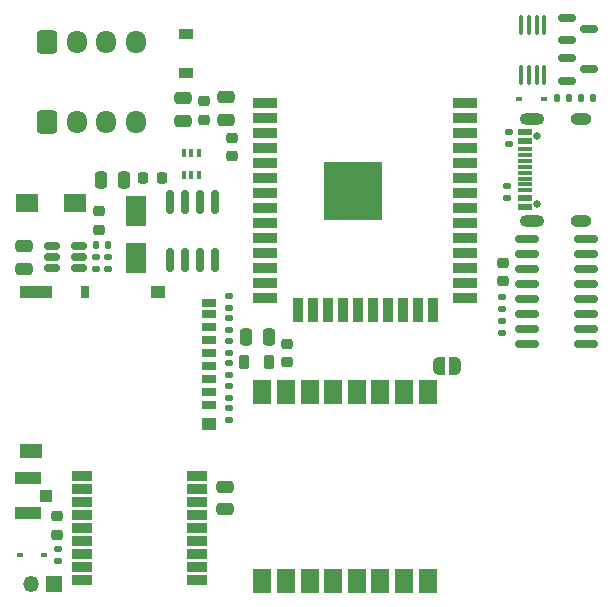
<source format=gbr>
%TF.GenerationSoftware,KiCad,Pcbnew,(6.0.0)*%
%TF.CreationDate,2022-09-29T23:41:46+02:00*%
%TF.ProjectId,bobbycar-lora-can-ethernet,626f6262-7963-4617-922d-6c6f72612d63,rev?*%
%TF.SameCoordinates,Original*%
%TF.FileFunction,Soldermask,Top*%
%TF.FilePolarity,Negative*%
%FSLAX46Y46*%
G04 Gerber Fmt 4.6, Leading zero omitted, Abs format (unit mm)*
G04 Created by KiCad (PCBNEW (6.0.0)) date 2022-09-29 23:41:46*
%MOMM*%
%LPD*%
G01*
G04 APERTURE LIST*
G04 Aperture macros list*
%AMRoundRect*
0 Rectangle with rounded corners*
0 $1 Rounding radius*
0 $2 $3 $4 $5 $6 $7 $8 $9 X,Y pos of 4 corners*
0 Add a 4 corners polygon primitive as box body*
4,1,4,$2,$3,$4,$5,$6,$7,$8,$9,$2,$3,0*
0 Add four circle primitives for the rounded corners*
1,1,$1+$1,$2,$3*
1,1,$1+$1,$4,$5*
1,1,$1+$1,$6,$7*
1,1,$1+$1,$8,$9*
0 Add four rect primitives between the rounded corners*
20,1,$1+$1,$2,$3,$4,$5,0*
20,1,$1+$1,$4,$5,$6,$7,0*
20,1,$1+$1,$6,$7,$8,$9,0*
20,1,$1+$1,$8,$9,$2,$3,0*%
%AMFreePoly0*
4,1,22,0.500000,-0.750000,0.000000,-0.750000,0.000000,-0.745033,-0.079941,-0.743568,-0.215256,-0.701293,-0.333266,-0.622738,-0.424486,-0.514219,-0.481581,-0.384460,-0.499164,-0.250000,-0.500000,-0.250000,-0.500000,0.250000,-0.499164,0.250000,-0.499963,0.256109,-0.478152,0.396186,-0.417904,0.524511,-0.324060,0.630769,-0.204165,0.706417,-0.067858,0.745374,0.000000,0.744959,0.000000,0.750000,
0.500000,0.750000,0.500000,-0.750000,0.500000,-0.750000,$1*%
%AMFreePoly1*
4,1,20,0.000000,0.744959,0.073905,0.744508,0.209726,0.703889,0.328688,0.626782,0.421226,0.519385,0.479903,0.390333,0.500000,0.250000,0.500000,-0.250000,0.499851,-0.262216,0.476331,-0.402017,0.414519,-0.529596,0.319384,-0.634700,0.198574,-0.708877,0.061801,-0.746166,0.000000,-0.745033,0.000000,-0.750000,-0.500000,-0.750000,-0.500000,0.750000,0.000000,0.750000,0.000000,0.744959,
0.000000,0.744959,$1*%
G04 Aperture macros list end*
%ADD10R,1.900000X1.600000*%
%ADD11RoundRect,0.250000X0.475000X-0.250000X0.475000X0.250000X-0.475000X0.250000X-0.475000X-0.250000X0*%
%ADD12R,0.400000X0.650000*%
%ADD13RoundRect,0.225000X-0.250000X0.225000X-0.250000X-0.225000X0.250000X-0.225000X0.250000X0.225000X0*%
%ADD14R,0.600000X0.450000*%
%ADD15RoundRect,0.135000X-0.185000X0.135000X-0.185000X-0.135000X0.185000X-0.135000X0.185000X0.135000X0*%
%ADD16RoundRect,0.135000X0.135000X0.185000X-0.135000X0.185000X-0.135000X-0.185000X0.135000X-0.185000X0*%
%ADD17RoundRect,0.150000X-0.825000X-0.150000X0.825000X-0.150000X0.825000X0.150000X-0.825000X0.150000X0*%
%ADD18R,1.350000X1.350000*%
%ADD19O,1.350000X1.350000*%
%ADD20R,1.500000X2.000000*%
%ADD21R,1.200000X0.900000*%
%ADD22RoundRect,0.250000X-0.475000X0.250000X-0.475000X-0.250000X0.475000X-0.250000X0.475000X0.250000X0*%
%ADD23RoundRect,0.218750X0.218750X0.381250X-0.218750X0.381250X-0.218750X-0.381250X0.218750X-0.381250X0*%
%ADD24RoundRect,0.135000X-0.135000X-0.185000X0.135000X-0.185000X0.135000X0.185000X-0.135000X0.185000X0*%
%ADD25R,2.000000X0.900000*%
%ADD26R,0.900000X2.000000*%
%ADD27R,5.000000X5.000000*%
%ADD28RoundRect,0.150000X0.150000X-0.825000X0.150000X0.825000X-0.150000X0.825000X-0.150000X-0.825000X0*%
%ADD29RoundRect,0.135000X0.185000X-0.135000X0.185000X0.135000X-0.185000X0.135000X-0.185000X-0.135000X0*%
%ADD30R,1.800000X0.900000*%
%ADD31RoundRect,0.250000X-0.600000X-0.725000X0.600000X-0.725000X0.600000X0.725000X-0.600000X0.725000X0*%
%ADD32O,1.700000X1.950000*%
%ADD33RoundRect,0.150000X-0.512500X-0.150000X0.512500X-0.150000X0.512500X0.150000X-0.512500X0.150000X0*%
%ADD34R,1.050000X1.000000*%
%ADD35R,2.200000X1.050000*%
%ADD36R,1.800000X2.500000*%
%ADD37FreePoly0,0.000000*%
%ADD38FreePoly1,0.000000*%
%ADD39RoundRect,0.225000X0.250000X-0.225000X0.250000X0.225000X-0.250000X0.225000X-0.250000X-0.225000X0*%
%ADD40R,1.200000X0.700000*%
%ADD41R,0.800000X1.000000*%
%ADD42R,2.800000X1.000000*%
%ADD43R,1.900000X1.300000*%
%ADD44R,1.200000X1.000000*%
%ADD45RoundRect,0.150000X-0.587500X-0.150000X0.587500X-0.150000X0.587500X0.150000X-0.587500X0.150000X0*%
%ADD46RoundRect,0.218750X-0.256250X0.218750X-0.256250X-0.218750X0.256250X-0.218750X0.256250X0.218750X0*%
%ADD47RoundRect,0.250000X-0.250000X-0.475000X0.250000X-0.475000X0.250000X0.475000X-0.250000X0.475000X0*%
%ADD48C,0.650000*%
%ADD49O,2.100000X1.000000*%
%ADD50O,1.800000X1.000000*%
%ADD51R,1.150000X0.600000*%
%ADD52R,1.150000X0.300000*%
%ADD53RoundRect,0.100000X-0.100000X0.712500X-0.100000X-0.712500X0.100000X-0.712500X0.100000X0.712500X0*%
%ADD54RoundRect,0.225000X-0.225000X-0.250000X0.225000X-0.250000X0.225000X0.250000X-0.225000X0.250000X0*%
G04 APERTURE END LIST*
D10*
%TO.C,L3*%
X5450000Y-16500000D03*
X1350000Y-16500000D03*
%TD*%
D11*
%TO.C,C10*%
X14600000Y-9550000D03*
X14600000Y-7650000D03*
%TD*%
D12*
%TO.C,D6*%
X14650000Y-14150000D03*
X15950000Y-14150000D03*
X15300000Y-12250000D03*
X15300000Y-14150000D03*
X15950000Y-12250000D03*
X14650000Y-12250000D03*
%TD*%
D13*
%TO.C,C11*%
X7500000Y-17225000D03*
X7500000Y-18775000D03*
%TD*%
D14*
%TO.C,D1*%
X2850000Y-46300000D03*
X750000Y-46300000D03*
%TD*%
D15*
%TO.C,R14*%
X41600000Y-24490000D03*
X41600000Y-25510000D03*
%TD*%
D16*
%TO.C,R9*%
X47300000Y-7600000D03*
X46280000Y-7600000D03*
%TD*%
D17*
%TO.C,U5*%
X43725000Y-19555000D03*
X43725000Y-20825000D03*
X43725000Y-22095000D03*
X43725000Y-23365000D03*
X43725000Y-24635000D03*
X43725000Y-25905000D03*
X43725000Y-27175000D03*
X43725000Y-28445000D03*
X48675000Y-28445000D03*
X48675000Y-27175000D03*
X48675000Y-25905000D03*
X48675000Y-24635000D03*
X48675000Y-23365000D03*
X48675000Y-22095000D03*
X48675000Y-20825000D03*
X48675000Y-19555000D03*
%TD*%
D11*
%TO.C,C9*%
X1100000Y-22100000D03*
X1100000Y-20200000D03*
%TD*%
D18*
%TO.C,BT1*%
X3700000Y-48800000D03*
D19*
X1700000Y-48800000D03*
%TD*%
D20*
%TO.C,U2*%
X35300000Y-32500000D03*
X33300000Y-32500000D03*
X31300000Y-32500000D03*
X29300000Y-32500000D03*
X27300000Y-32500000D03*
X25300000Y-32500000D03*
X23300000Y-32500000D03*
X21300000Y-32500000D03*
X21300000Y-48500000D03*
X23300000Y-48500000D03*
X25300000Y-48500000D03*
X27300000Y-48500000D03*
X29300000Y-48500000D03*
X31300000Y-48500000D03*
X33300000Y-48500000D03*
X35300000Y-48500000D03*
%TD*%
D15*
%TO.C,R21*%
X18500000Y-24400000D03*
X18500000Y-25420000D03*
%TD*%
D21*
%TO.C,D3*%
X14800000Y-5550000D03*
X14800000Y-2250000D03*
%TD*%
D22*
%TO.C,C4*%
X18200000Y-7550000D03*
X18200000Y-9450000D03*
%TD*%
D23*
%TO.C,L2*%
X21862500Y-30000000D03*
X19737500Y-30000000D03*
%TD*%
D24*
%TO.C,R10*%
X48280000Y-7600000D03*
X49300000Y-7600000D03*
%TD*%
D25*
%TO.C,U1*%
X21500000Y-8045000D03*
X21500000Y-9315000D03*
X21500000Y-10585000D03*
X21500000Y-11855000D03*
X21500000Y-13125000D03*
X21500000Y-14395000D03*
X21500000Y-15665000D03*
X21500000Y-16935000D03*
X21500000Y-18205000D03*
X21500000Y-19475000D03*
X21500000Y-20745000D03*
X21500000Y-22015000D03*
X21500000Y-23285000D03*
X21500000Y-24555000D03*
D26*
X24285000Y-25555000D03*
X25555000Y-25555000D03*
X26825000Y-25555000D03*
X28095000Y-25555000D03*
X29365000Y-25555000D03*
X30635000Y-25555000D03*
X31905000Y-25555000D03*
X33175000Y-25555000D03*
X34445000Y-25555000D03*
X35715000Y-25555000D03*
D25*
X38500000Y-24555000D03*
X38500000Y-23285000D03*
X38500000Y-22015000D03*
X38500000Y-20745000D03*
X38500000Y-19475000D03*
X38500000Y-18205000D03*
X38500000Y-16935000D03*
X38500000Y-15665000D03*
X38500000Y-14395000D03*
X38500000Y-13125000D03*
X38500000Y-11855000D03*
X38500000Y-10585000D03*
X38500000Y-9315000D03*
X38500000Y-8045000D03*
D27*
X29000000Y-15545000D03*
%TD*%
D28*
%TO.C,U6*%
X13495000Y-21375000D03*
X14765000Y-21375000D03*
X16035000Y-21375000D03*
X17305000Y-21375000D03*
X17305000Y-16425000D03*
X16035000Y-16425000D03*
X14765000Y-16425000D03*
X13495000Y-16425000D03*
%TD*%
D13*
%TO.C,C5*%
X16400000Y-7925000D03*
X16400000Y-9475000D03*
%TD*%
D24*
%TO.C,R25*%
X7190000Y-20100000D03*
X8210000Y-20100000D03*
%TD*%
D15*
%TO.C,R16*%
X18500000Y-33890000D03*
X18500000Y-34910000D03*
%TD*%
%TO.C,R8*%
X42000000Y-15090000D03*
X42000000Y-16110000D03*
%TD*%
%TO.C,R13*%
X41600000Y-26490000D03*
X41600000Y-27510000D03*
%TD*%
D22*
%TO.C,C1*%
X18100000Y-40550000D03*
X18100000Y-42450000D03*
%TD*%
D29*
%TO.C,R15*%
X7200000Y-22110000D03*
X7200000Y-21090000D03*
%TD*%
D14*
%TO.C,D2*%
X43050000Y-7700000D03*
X45150000Y-7700000D03*
%TD*%
D15*
%TO.C,R12*%
X42200000Y-10490000D03*
X42200000Y-11510000D03*
%TD*%
D30*
%TO.C,J3*%
X15750000Y-48400000D03*
X15750000Y-47300000D03*
X15750000Y-46200000D03*
X15750000Y-45100000D03*
X15750000Y-44000000D03*
X15750000Y-42900000D03*
X15750000Y-41800000D03*
X15750000Y-40700000D03*
X15750000Y-39600000D03*
X6050000Y-39600000D03*
X6050000Y-40700000D03*
X6050000Y-41800000D03*
X6050000Y-42900000D03*
X6050000Y-44000000D03*
X6050000Y-45100000D03*
X6050000Y-46200000D03*
X6050000Y-47300000D03*
X6050000Y-48400000D03*
%TD*%
D15*
%TO.C,R18*%
X18500000Y-30090000D03*
X18500000Y-31110000D03*
%TD*%
D31*
%TO.C,J2*%
X3100000Y-2875000D03*
D32*
X5600000Y-2875000D03*
X8100000Y-2875000D03*
X10600000Y-2875000D03*
%TD*%
D33*
%TO.C,U7*%
X3462500Y-20150000D03*
X3462500Y-21100000D03*
X3462500Y-22050000D03*
X5737500Y-22050000D03*
X5737500Y-21100000D03*
X5737500Y-20150000D03*
%TD*%
D13*
%TO.C,C3*%
X41700000Y-21600000D03*
X41700000Y-23150000D03*
%TD*%
D34*
%TO.C,AE1*%
X2950000Y-41300000D03*
D35*
X1425000Y-39825000D03*
X1425000Y-42775000D03*
%TD*%
D15*
%TO.C,R19*%
X18500000Y-28190000D03*
X18500000Y-29210000D03*
%TD*%
D36*
%TO.C,D4*%
X10600000Y-21200000D03*
X10600000Y-17200000D03*
%TD*%
D37*
%TO.C,JP1*%
X36300000Y-30300000D03*
D38*
X37600000Y-30300000D03*
%TD*%
D39*
%TO.C,C13*%
X18700000Y-12575000D03*
X18700000Y-11025000D03*
%TD*%
D40*
%TO.C,J4*%
X16790000Y-33645000D03*
X16790000Y-32545000D03*
X16790000Y-31445000D03*
X16790000Y-30345000D03*
X16790000Y-29245000D03*
X16790000Y-28145000D03*
X16790000Y-27045000D03*
X16790000Y-25945000D03*
X16790000Y-24995000D03*
D41*
X6290000Y-24045000D03*
D42*
X2140000Y-24045000D03*
D43*
X1690000Y-37545000D03*
D44*
X12490000Y-24045000D03*
X16790000Y-35195000D03*
%TD*%
D29*
%TO.C,R17*%
X18500000Y-33010000D03*
X18500000Y-31990000D03*
%TD*%
D31*
%TO.C,J1*%
X3100000Y-9700000D03*
D32*
X5600000Y-9700000D03*
X8100000Y-9700000D03*
X10600000Y-9700000D03*
%TD*%
D39*
%TO.C,C6*%
X23400000Y-29975000D03*
X23400000Y-28425000D03*
%TD*%
D15*
%TO.C,R1*%
X4000000Y-45790000D03*
X4000000Y-46810000D03*
%TD*%
D45*
%TO.C,Q2*%
X47062500Y-4250000D03*
X47062500Y-6150000D03*
X48937500Y-5200000D03*
%TD*%
D46*
%TO.C,L1*%
X3900000Y-43012500D03*
X3900000Y-44587500D03*
%TD*%
D45*
%TO.C,Q1*%
X47062500Y-850000D03*
X47062500Y-2750000D03*
X48937500Y-1800000D03*
%TD*%
D47*
%TO.C,C12*%
X7650000Y-14600000D03*
X9550000Y-14600000D03*
%TD*%
D15*
%TO.C,R24*%
X8200000Y-21090000D03*
X8200000Y-22110000D03*
%TD*%
%TO.C,R20*%
X18500000Y-26290000D03*
X18500000Y-27310000D03*
%TD*%
D48*
%TO.C,USBC1*%
X44592500Y-10805000D03*
X44592500Y-16585000D03*
D49*
X44092500Y-18015000D03*
D50*
X48272500Y-18015000D03*
X48272500Y-9375000D03*
D49*
X44092500Y-9375000D03*
D51*
X43532500Y-16895000D03*
X43532500Y-16095000D03*
D52*
X43532500Y-14945000D03*
X43532500Y-13945000D03*
X43532500Y-13445000D03*
X43532500Y-12445000D03*
D51*
X43532500Y-10495000D03*
X43532500Y-11295000D03*
D52*
X43532500Y-11945000D03*
X43532500Y-12945000D03*
X43532500Y-14445000D03*
X43532500Y-15445000D03*
%TD*%
D53*
%TO.C,U3*%
X45175000Y-1487500D03*
X44525000Y-1487500D03*
X43875000Y-1487500D03*
X43225000Y-1487500D03*
X43225000Y-5712500D03*
X43875000Y-5712500D03*
X44525000Y-5712500D03*
X45175000Y-5712500D03*
%TD*%
D54*
%TO.C,C8*%
X11225000Y-14400000D03*
X12775000Y-14400000D03*
%TD*%
D47*
%TO.C,C7*%
X19950000Y-27900000D03*
X21850000Y-27900000D03*
%TD*%
M02*

</source>
